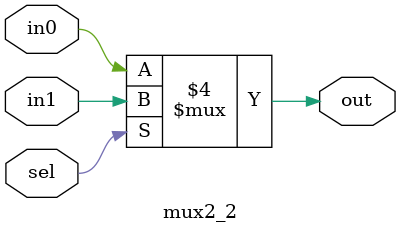
<source format=v>
/*First Implementation*/

module mux2_1(sel, in0, in1, out);

    input in0, in1, sel;
    output out;

    assign out = (sel == 0) ? in0 : in1;

endmodule

/*Second Implementation using always*/

module mux2_2(sel, in0, in1, out);

    input in0, in1, sel;
    output reg out;

    always @(*) begin
    
        if(sel == 0)
            out = in0;
        else
            out = in1;

    end

endmodule
</source>
